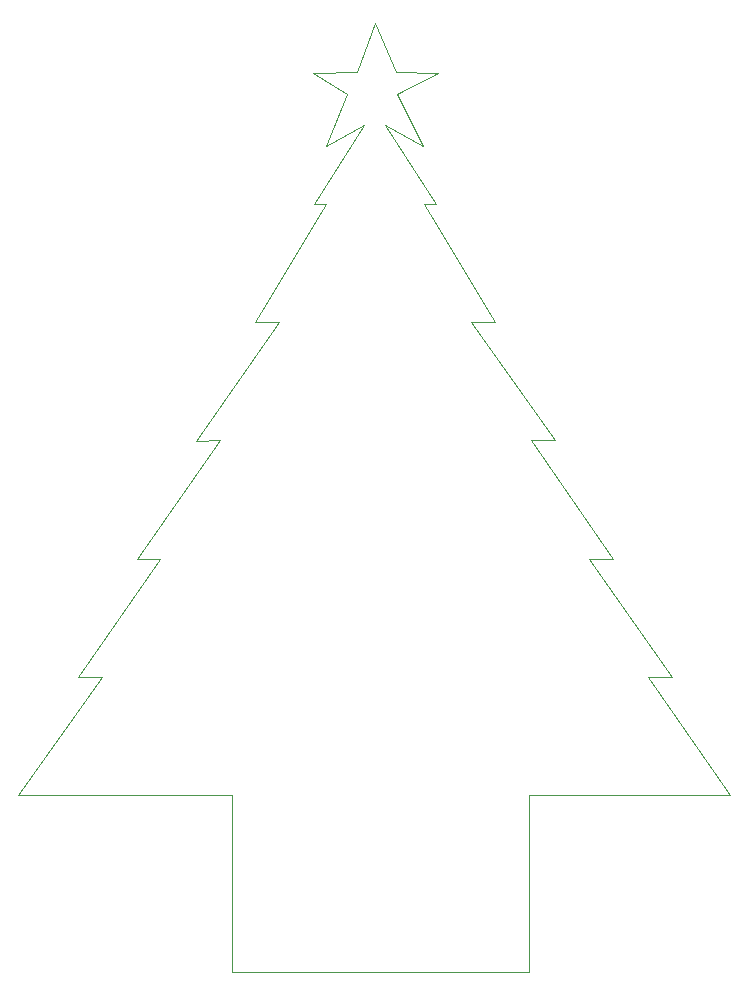
<source format=gbr>
%TF.GenerationSoftware,KiCad,Pcbnew,(5.1.10)-1*%
%TF.CreationDate,2021-11-13T13:30:36-05:00*%
%TF.ProjectId,Electronics Club,456c6563-7472-46f6-9e69-637320436c75,rev?*%
%TF.SameCoordinates,Original*%
%TF.FileFunction,Profile,NP*%
%FSLAX46Y46*%
G04 Gerber Fmt 4.6, Leading zero omitted, Abs format (unit mm)*
G04 Created by KiCad (PCBNEW (5.1.10)-1) date 2021-11-13 13:30:36*
%MOMM*%
%LPD*%
G01*
G04 APERTURE LIST*
%TA.AperFunction,Profile*%
%ADD10C,0.050000*%
%TD*%
G04 APERTURE END LIST*
D10*
X176834800Y-68072000D02*
X181114700Y-61366400D01*
X177850800Y-63144400D02*
X181114700Y-61366400D01*
X182880000Y-61353700D02*
X186080400Y-63144400D01*
X187198000Y-68072000D02*
X182880000Y-61353700D01*
X169926000Y-118110000D02*
X169926000Y-133096000D01*
X151790400Y-118110000D02*
X169926000Y-118110000D01*
X158851600Y-108102400D02*
X151790400Y-118110000D01*
X156819600Y-108102400D02*
X158851600Y-108102400D01*
X163830000Y-98094800D02*
X156819600Y-108102400D01*
X161848800Y-98094800D02*
X163830000Y-98094800D01*
X168859200Y-88087200D02*
X161848800Y-98094800D01*
X166827200Y-88138000D02*
X168859200Y-88087200D01*
X173837600Y-78079600D02*
X166827200Y-88138000D01*
X171856400Y-78079600D02*
X173837600Y-78079600D01*
X177850800Y-68072000D02*
X171856400Y-78079600D01*
X176834800Y-68072000D02*
X177850800Y-68072000D01*
X179628800Y-58775600D02*
X177850800Y-63144400D01*
X176733200Y-56946800D02*
X179628800Y-58775600D01*
X180441600Y-56896000D02*
X176733200Y-56946800D01*
X181965600Y-52781200D02*
X180441600Y-56896000D01*
X183794400Y-56896000D02*
X181965600Y-52781200D01*
X187299600Y-56946800D02*
X183794400Y-56896000D01*
X183845200Y-58775600D02*
X187299600Y-56946800D01*
X186080400Y-63144400D02*
X183845200Y-58775600D01*
X186131200Y-68072000D02*
X187198000Y-68072000D01*
X192176400Y-78079600D02*
X186131200Y-68072000D01*
X190144400Y-78079600D02*
X192176400Y-78079600D01*
X197205600Y-88087200D02*
X190144400Y-78079600D01*
X195173600Y-88087200D02*
X197205600Y-88087200D01*
X202184000Y-98094800D02*
X195173600Y-88087200D01*
X200152000Y-98094800D02*
X202184000Y-98094800D01*
X207111600Y-108102400D02*
X200152000Y-98094800D01*
X205130400Y-108102400D02*
X207111600Y-108102400D01*
X212090000Y-118110000D02*
X205130400Y-108102400D01*
X195072000Y-118110000D02*
X212090000Y-118110000D01*
X195072000Y-133096000D02*
X195072000Y-118110000D01*
X169926000Y-133096000D02*
X195072000Y-133096000D01*
M02*

</source>
